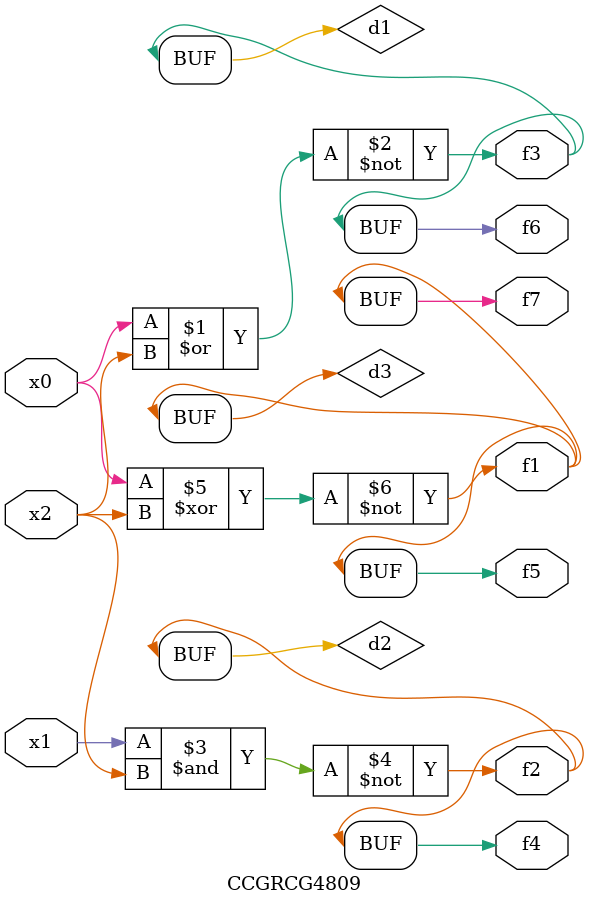
<source format=v>
module CCGRCG4809(
	input x0, x1, x2,
	output f1, f2, f3, f4, f5, f6, f7
);

	wire d1, d2, d3;

	nor (d1, x0, x2);
	nand (d2, x1, x2);
	xnor (d3, x0, x2);
	assign f1 = d3;
	assign f2 = d2;
	assign f3 = d1;
	assign f4 = d2;
	assign f5 = d3;
	assign f6 = d1;
	assign f7 = d3;
endmodule

</source>
